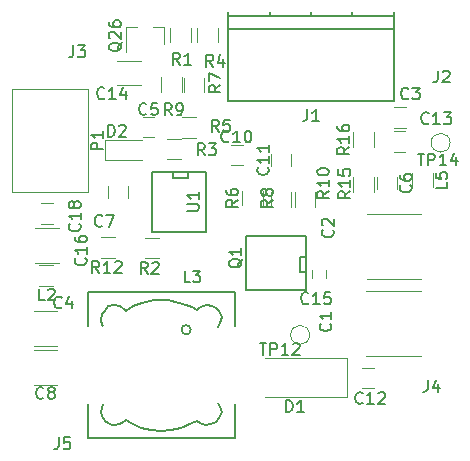
<source format=gto>
G04 #@! TF.FileFunction,Legend,Top*
%FSLAX46Y46*%
G04 Gerber Fmt 4.6, Leading zero omitted, Abs format (unit mm)*
G04 Created by KiCad (PCBNEW 4.0.7-e2-6376~58~ubuntu14.04.1) date Sat Feb  3 00:21:14 2018*
%MOMM*%
%LPD*%
G01*
G04 APERTURE LIST*
%ADD10C,0.100000*%
%ADD11C,0.120000*%
%ADD12C,0.150000*%
G04 APERTURE END LIST*
D10*
D11*
X166805500Y-83804200D02*
X166805500Y-85004200D01*
X165045500Y-85004200D02*
X165045500Y-83804200D01*
X166805500Y-87614200D02*
X166805500Y-88814200D01*
X165045500Y-88814200D02*
X165045500Y-87614200D01*
X161865200Y-88884200D02*
X161865200Y-90084200D01*
X160105200Y-90084200D02*
X160105200Y-88884200D01*
X159833200Y-88884200D02*
X159833200Y-90084200D01*
X158073200Y-90084200D02*
X158073200Y-88884200D01*
X157382100Y-88744500D02*
X157382100Y-89944500D01*
X155622100Y-89944500D02*
X155622100Y-88744500D01*
X150530000Y-82482800D02*
X151730000Y-82482800D01*
X151730000Y-84242800D02*
X150530000Y-84242800D01*
X149285400Y-84337000D02*
X150485400Y-84337000D01*
X150485400Y-86097000D02*
X149285400Y-86097000D01*
X148656600Y-94479000D02*
X147456600Y-94479000D01*
X147456600Y-92719000D02*
X148656600Y-92719000D01*
X170062000Y-88458600D02*
X170062000Y-87258600D01*
X171822000Y-87258600D02*
X171822000Y-88458600D01*
X139665000Y-96790400D02*
X138465000Y-96790400D01*
X138465000Y-95030400D02*
X139665000Y-95030400D01*
X161591700Y-96146100D02*
X161591700Y-95446100D01*
X162791700Y-95446100D02*
X162791700Y-96146100D01*
X158128600Y-85631400D02*
X158128600Y-86631400D01*
X159828600Y-86631400D02*
X159828600Y-85631400D01*
X144311000Y-88336500D02*
X144311000Y-89336500D01*
X146011000Y-89336500D02*
X146011000Y-88336500D01*
X148226400Y-82538200D02*
X147226400Y-82538200D01*
X147226400Y-84238200D02*
X148226400Y-84238200D01*
D12*
X161074100Y-97167700D02*
X155994100Y-97167700D01*
X155994100Y-97167700D02*
X155994100Y-92595700D01*
X155994100Y-92595700D02*
X161074100Y-92595700D01*
X161074100Y-92595700D02*
X161074100Y-97167700D01*
X161074100Y-95643700D02*
X160566100Y-95643700D01*
X160566100Y-95643700D02*
X160566100Y-94373700D01*
X160566100Y-94373700D02*
X161074100Y-94373700D01*
D11*
X161369319Y-100952300D02*
G75*
G03X161369319Y-100952300I-803219J0D01*
G01*
X173269219Y-84683600D02*
G75*
G03X173269219Y-84683600I-803219J0D01*
G01*
X170778200Y-97244400D02*
X166178200Y-97244400D01*
X166178200Y-102704400D02*
X170778200Y-102704400D01*
X170803600Y-90742000D02*
X166203600Y-90742000D01*
X166203600Y-96202000D02*
X170803600Y-96202000D01*
X149001600Y-74855800D02*
X148071600Y-74855800D01*
X145841600Y-74855800D02*
X146771600Y-74855800D01*
X145841600Y-74855800D02*
X145841600Y-77015800D01*
X149001600Y-74855800D02*
X149001600Y-76315800D01*
X151824800Y-76190400D02*
X151824800Y-74990400D01*
X153584800Y-74990400D02*
X153584800Y-76190400D01*
X166831900Y-103721800D02*
X165831900Y-103721800D01*
X165831900Y-105421800D02*
X166831900Y-105421800D01*
X168486200Y-85432000D02*
X169486200Y-85432000D01*
X169486200Y-83732000D02*
X168486200Y-83732000D01*
X167069400Y-87561800D02*
X167069400Y-88561800D01*
X168769400Y-88561800D02*
X168769400Y-87561800D01*
X144048400Y-84417800D02*
X144048400Y-86117800D01*
X144048400Y-86117800D02*
X147198400Y-86117800D01*
X144048400Y-84417800D02*
X147198400Y-84417800D01*
X152467200Y-79206800D02*
X152467200Y-80406800D01*
X150707200Y-80406800D02*
X150707200Y-79206800D01*
X148802200Y-80356000D02*
X148802200Y-79156000D01*
X150562200Y-79156000D02*
X150562200Y-80356000D01*
X138615800Y-91528000D02*
X139615800Y-91528000D01*
X139615800Y-89828000D02*
X138615800Y-89828000D01*
X151349600Y-74939600D02*
X151349600Y-76139600D01*
X149589600Y-76139600D02*
X149589600Y-74939600D01*
X168537000Y-83400000D02*
X169537000Y-83400000D01*
X169537000Y-81700000D02*
X168537000Y-81700000D01*
X155694000Y-84836900D02*
X154694000Y-84836900D01*
X154694000Y-86536900D02*
X155694000Y-86536900D01*
X144872000Y-94440900D02*
X143672000Y-94440900D01*
X143672000Y-92680900D02*
X144872000Y-92680900D01*
D12*
X165001000Y-73992300D02*
X165001000Y-73592300D01*
X161501000Y-73992300D02*
X161501000Y-73592300D01*
X158001000Y-73992300D02*
X158001000Y-73592300D01*
X168501000Y-75092300D02*
X154501000Y-75092300D01*
X168501000Y-73992300D02*
X154501000Y-73992300D01*
X168501000Y-81192300D02*
X168501000Y-73592300D01*
X154501000Y-73592300D02*
X154501000Y-81192300D01*
X154501000Y-81192300D02*
X168501000Y-81192300D01*
X151310414Y-100517960D02*
G75*
G03X151310414Y-100517960I-391234J0D01*
G01*
X143918940Y-100218240D02*
X143817340Y-100116640D01*
X143817340Y-100116640D02*
X143718280Y-99717860D01*
X143718280Y-99717860D02*
X143817340Y-99217480D01*
X143817340Y-99217480D02*
X144018000Y-98917760D01*
X144018000Y-98917760D02*
X144317720Y-98516440D01*
X144317720Y-98516440D02*
X144818100Y-98417380D01*
X144818100Y-98417380D02*
X145318480Y-98516440D01*
X145318480Y-98516440D02*
X145719800Y-98818700D01*
X145719800Y-98818700D02*
X145818860Y-98917760D01*
X145818860Y-98917760D02*
X146418300Y-98516440D01*
X146418300Y-98516440D02*
X147218400Y-98216720D01*
X147218400Y-98216720D02*
X148219160Y-98018600D01*
X148219160Y-98018600D02*
X149418040Y-98018600D01*
X149418040Y-98018600D02*
X150319740Y-98216720D01*
X150319740Y-98216720D02*
X150919180Y-98417380D01*
X150919180Y-98417380D02*
X151419560Y-98618040D01*
X151419560Y-98618040D02*
X151818340Y-98818700D01*
X151818340Y-98818700D02*
X152118060Y-98618040D01*
X152118060Y-98618040D02*
X152717500Y-98417380D01*
X152717500Y-98417380D02*
X153118820Y-98516440D01*
X153118820Y-98516440D02*
X153418540Y-98717100D01*
X153418540Y-98717100D02*
X153718260Y-98917760D01*
X153718260Y-98917760D02*
X153918920Y-99418140D01*
X153918920Y-99418140D02*
X153819860Y-99918520D01*
X153819860Y-99918520D02*
X153619200Y-100317300D01*
X143918940Y-106817160D02*
X143817340Y-107116880D01*
X143817340Y-107116880D02*
X143718280Y-107518200D01*
X143718280Y-107518200D02*
X143817340Y-107817920D01*
X143817340Y-107817920D02*
X144018000Y-108216700D01*
X144018000Y-108216700D02*
X144317720Y-108417360D01*
X144317720Y-108417360D02*
X144617440Y-108618020D01*
X144617440Y-108618020D02*
X144919700Y-108618020D01*
X144919700Y-108618020D02*
X145219420Y-108518960D01*
X145219420Y-108518960D02*
X145519140Y-108417360D01*
X145519140Y-108417360D02*
X145818860Y-108117640D01*
X145818860Y-108117640D02*
X146217640Y-108417360D01*
X146217640Y-108417360D02*
X146618960Y-108618020D01*
X146618960Y-108618020D02*
X147119340Y-108818680D01*
X147119340Y-108818680D02*
X147919440Y-109016800D01*
X147919440Y-109016800D02*
X148818600Y-109118400D01*
X148818600Y-109118400D02*
X149618700Y-109016800D01*
X149618700Y-109016800D02*
X150517860Y-108818680D01*
X150517860Y-108818680D02*
X151419560Y-108417360D01*
X151419560Y-108417360D02*
X151818340Y-108216700D01*
X151818340Y-108216700D02*
X152118060Y-108417360D01*
X152118060Y-108417360D02*
X152519380Y-108618020D01*
X152519380Y-108618020D02*
X153019760Y-108518960D01*
X153019760Y-108518960D02*
X153418540Y-108318300D01*
X153418540Y-108318300D02*
X153718260Y-108018580D01*
X153718260Y-108018580D02*
X153918920Y-107518200D01*
X153918920Y-107518200D02*
X153819860Y-107017820D01*
X153819860Y-107017820D02*
X153619200Y-106718100D01*
X155018740Y-100218240D02*
X155018740Y-97317560D01*
X155018740Y-97317560D02*
X142618460Y-97317560D01*
X142618460Y-97317560D02*
X142618460Y-100218240D01*
X142618460Y-109717840D02*
X155018740Y-109717840D01*
X155018740Y-109717840D02*
X155018740Y-106817160D01*
X142618460Y-109717840D02*
X142618460Y-106817160D01*
X152565100Y-87134700D02*
X152565100Y-92214700D01*
X152565100Y-92214700D02*
X147993100Y-92214700D01*
X147993100Y-92214700D02*
X147993100Y-87134700D01*
X147993100Y-87134700D02*
X152565100Y-87134700D01*
X151041100Y-87134700D02*
X151041100Y-87642700D01*
X151041100Y-87642700D02*
X149771100Y-87642700D01*
X149771100Y-87642700D02*
X149771100Y-87134700D01*
D11*
X136165300Y-80155800D02*
X136165300Y-88855800D01*
X142575300Y-80155800D02*
X142575300Y-88855800D01*
X142575300Y-88855800D02*
X136165300Y-88855800D01*
X136165300Y-80155800D02*
X142575300Y-80155800D01*
X164508900Y-106183700D02*
X164508900Y-102883700D01*
X164508900Y-102883700D02*
X157608900Y-102883700D01*
X164508900Y-106183700D02*
X157608900Y-106183700D01*
X138001500Y-101924300D02*
X140001500Y-101924300D01*
X140001500Y-98964300D02*
X138001500Y-98964300D01*
X138001500Y-105162800D02*
X140001500Y-105162800D01*
X140001500Y-102202800D02*
X138001500Y-102202800D01*
X147062700Y-77745400D02*
X145062700Y-77745400D01*
X145062700Y-79785400D02*
X147062700Y-79785400D01*
X138153900Y-94888500D02*
X140153900Y-94888500D01*
X140153900Y-91928500D02*
X138153900Y-91928500D01*
D12*
X164727881Y-85047057D02*
X164251690Y-85380391D01*
X164727881Y-85618486D02*
X163727881Y-85618486D01*
X163727881Y-85237533D01*
X163775500Y-85142295D01*
X163823119Y-85094676D01*
X163918357Y-85047057D01*
X164061214Y-85047057D01*
X164156452Y-85094676D01*
X164204071Y-85142295D01*
X164251690Y-85237533D01*
X164251690Y-85618486D01*
X164727881Y-84094676D02*
X164727881Y-84666105D01*
X164727881Y-84380391D02*
X163727881Y-84380391D01*
X163870738Y-84475629D01*
X163965976Y-84570867D01*
X164013595Y-84666105D01*
X163727881Y-83237533D02*
X163727881Y-83428010D01*
X163775500Y-83523248D01*
X163823119Y-83570867D01*
X163965976Y-83666105D01*
X164156452Y-83713724D01*
X164537405Y-83713724D01*
X164632643Y-83666105D01*
X164680262Y-83618486D01*
X164727881Y-83523248D01*
X164727881Y-83332771D01*
X164680262Y-83237533D01*
X164632643Y-83189914D01*
X164537405Y-83142295D01*
X164299310Y-83142295D01*
X164204071Y-83189914D01*
X164156452Y-83237533D01*
X164108833Y-83332771D01*
X164108833Y-83523248D01*
X164156452Y-83618486D01*
X164204071Y-83666105D01*
X164299310Y-83713724D01*
X164803081Y-88793557D02*
X164326890Y-89126891D01*
X164803081Y-89364986D02*
X163803081Y-89364986D01*
X163803081Y-88984033D01*
X163850700Y-88888795D01*
X163898319Y-88841176D01*
X163993557Y-88793557D01*
X164136414Y-88793557D01*
X164231652Y-88841176D01*
X164279271Y-88888795D01*
X164326890Y-88984033D01*
X164326890Y-89364986D01*
X164803081Y-87841176D02*
X164803081Y-88412605D01*
X164803081Y-88126891D02*
X163803081Y-88126891D01*
X163945938Y-88222129D01*
X164041176Y-88317367D01*
X164088795Y-88412605D01*
X163803081Y-86936414D02*
X163803081Y-87412605D01*
X164279271Y-87460224D01*
X164231652Y-87412605D01*
X164184033Y-87317367D01*
X164184033Y-87079271D01*
X164231652Y-86984033D01*
X164279271Y-86936414D01*
X164374510Y-86888795D01*
X164612605Y-86888795D01*
X164707843Y-86936414D01*
X164755462Y-86984033D01*
X164803081Y-87079271D01*
X164803081Y-87317367D01*
X164755462Y-87412605D01*
X164707843Y-87460224D01*
X163012381Y-88768157D02*
X162536190Y-89101491D01*
X163012381Y-89339586D02*
X162012381Y-89339586D01*
X162012381Y-88958633D01*
X162060000Y-88863395D01*
X162107619Y-88815776D01*
X162202857Y-88768157D01*
X162345714Y-88768157D01*
X162440952Y-88815776D01*
X162488571Y-88863395D01*
X162536190Y-88958633D01*
X162536190Y-89339586D01*
X163012381Y-87815776D02*
X163012381Y-88387205D01*
X163012381Y-88101491D02*
X162012381Y-88101491D01*
X162155238Y-88196729D01*
X162250476Y-88291967D01*
X162298095Y-88387205D01*
X162012381Y-87196729D02*
X162012381Y-87101490D01*
X162060000Y-87006252D01*
X162107619Y-86958633D01*
X162202857Y-86911014D01*
X162393333Y-86863395D01*
X162631429Y-86863395D01*
X162821905Y-86911014D01*
X162917143Y-86958633D01*
X162964762Y-87006252D01*
X163012381Y-87101490D01*
X163012381Y-87196729D01*
X162964762Y-87291967D01*
X162917143Y-87339586D01*
X162821905Y-87387205D01*
X162631429Y-87434824D01*
X162393333Y-87434824D01*
X162202857Y-87387205D01*
X162107619Y-87339586D01*
X162060000Y-87291967D01*
X162012381Y-87196729D01*
X158275281Y-89536566D02*
X157799090Y-89869900D01*
X158275281Y-90107995D02*
X157275281Y-90107995D01*
X157275281Y-89727042D01*
X157322900Y-89631804D01*
X157370519Y-89584185D01*
X157465757Y-89536566D01*
X157608614Y-89536566D01*
X157703852Y-89584185D01*
X157751471Y-89631804D01*
X157799090Y-89727042D01*
X157799090Y-90107995D01*
X157703852Y-88965138D02*
X157656233Y-89060376D01*
X157608614Y-89107995D01*
X157513376Y-89155614D01*
X157465757Y-89155614D01*
X157370519Y-89107995D01*
X157322900Y-89060376D01*
X157275281Y-88965138D01*
X157275281Y-88774661D01*
X157322900Y-88679423D01*
X157370519Y-88631804D01*
X157465757Y-88584185D01*
X157513376Y-88584185D01*
X157608614Y-88631804D01*
X157656233Y-88679423D01*
X157703852Y-88774661D01*
X157703852Y-88965138D01*
X157751471Y-89060376D01*
X157799090Y-89107995D01*
X157894329Y-89155614D01*
X158084805Y-89155614D01*
X158180043Y-89107995D01*
X158227662Y-89060376D01*
X158275281Y-88965138D01*
X158275281Y-88774661D01*
X158227662Y-88679423D01*
X158180043Y-88631804D01*
X158084805Y-88584185D01*
X157894329Y-88584185D01*
X157799090Y-88631804D01*
X157751471Y-88679423D01*
X157703852Y-88774661D01*
X155304481Y-89511166D02*
X154828290Y-89844500D01*
X155304481Y-90082595D02*
X154304481Y-90082595D01*
X154304481Y-89701642D01*
X154352100Y-89606404D01*
X154399719Y-89558785D01*
X154494957Y-89511166D01*
X154637814Y-89511166D01*
X154733052Y-89558785D01*
X154780671Y-89606404D01*
X154828290Y-89701642D01*
X154828290Y-90082595D01*
X154304481Y-88654023D02*
X154304481Y-88844500D01*
X154352100Y-88939738D01*
X154399719Y-88987357D01*
X154542576Y-89082595D01*
X154733052Y-89130214D01*
X155114005Y-89130214D01*
X155209243Y-89082595D01*
X155256862Y-89034976D01*
X155304481Y-88939738D01*
X155304481Y-88749261D01*
X155256862Y-88654023D01*
X155209243Y-88606404D01*
X155114005Y-88558785D01*
X154875910Y-88558785D01*
X154780671Y-88606404D01*
X154733052Y-88654023D01*
X154685433Y-88749261D01*
X154685433Y-88939738D01*
X154733052Y-89034976D01*
X154780671Y-89082595D01*
X154875910Y-89130214D01*
X153693834Y-83738981D02*
X153360500Y-83262790D01*
X153122405Y-83738981D02*
X153122405Y-82738981D01*
X153503358Y-82738981D01*
X153598596Y-82786600D01*
X153646215Y-82834219D01*
X153693834Y-82929457D01*
X153693834Y-83072314D01*
X153646215Y-83167552D01*
X153598596Y-83215171D01*
X153503358Y-83262790D01*
X153122405Y-83262790D01*
X154598596Y-82738981D02*
X154122405Y-82738981D01*
X154074786Y-83215171D01*
X154122405Y-83167552D01*
X154217643Y-83119933D01*
X154455739Y-83119933D01*
X154550977Y-83167552D01*
X154598596Y-83215171D01*
X154646215Y-83310410D01*
X154646215Y-83548505D01*
X154598596Y-83643743D01*
X154550977Y-83691362D01*
X154455739Y-83738981D01*
X154217643Y-83738981D01*
X154122405Y-83691362D01*
X154074786Y-83643743D01*
X152487334Y-85732881D02*
X152154000Y-85256690D01*
X151915905Y-85732881D02*
X151915905Y-84732881D01*
X152296858Y-84732881D01*
X152392096Y-84780500D01*
X152439715Y-84828119D01*
X152487334Y-84923357D01*
X152487334Y-85066214D01*
X152439715Y-85161452D01*
X152392096Y-85209071D01*
X152296858Y-85256690D01*
X151915905Y-85256690D01*
X152820667Y-84732881D02*
X153439715Y-84732881D01*
X153106381Y-85113833D01*
X153249239Y-85113833D01*
X153344477Y-85161452D01*
X153392096Y-85209071D01*
X153439715Y-85304310D01*
X153439715Y-85542405D01*
X153392096Y-85637643D01*
X153344477Y-85685262D01*
X153249239Y-85732881D01*
X152963524Y-85732881D01*
X152868286Y-85685262D01*
X152820667Y-85637643D01*
X147648634Y-95791281D02*
X147315300Y-95315090D01*
X147077205Y-95791281D02*
X147077205Y-94791281D01*
X147458158Y-94791281D01*
X147553396Y-94838900D01*
X147601015Y-94886519D01*
X147648634Y-94981757D01*
X147648634Y-95124614D01*
X147601015Y-95219852D01*
X147553396Y-95267471D01*
X147458158Y-95315090D01*
X147077205Y-95315090D01*
X148029586Y-94886519D02*
X148077205Y-94838900D01*
X148172443Y-94791281D01*
X148410539Y-94791281D01*
X148505777Y-94838900D01*
X148553396Y-94886519D01*
X148601015Y-94981757D01*
X148601015Y-95076995D01*
X148553396Y-95219852D01*
X147981967Y-95791281D01*
X148601015Y-95791281D01*
X173044381Y-88025266D02*
X173044381Y-88501457D01*
X172044381Y-88501457D01*
X172044381Y-87215742D02*
X172044381Y-87691933D01*
X172520571Y-87739552D01*
X172472952Y-87691933D01*
X172425333Y-87596695D01*
X172425333Y-87358599D01*
X172472952Y-87263361D01*
X172520571Y-87215742D01*
X172615810Y-87168123D01*
X172853905Y-87168123D01*
X172949143Y-87215742D01*
X172996762Y-87263361D01*
X173044381Y-87358599D01*
X173044381Y-87596695D01*
X172996762Y-87691933D01*
X172949143Y-87739552D01*
X138949134Y-98039181D02*
X138472943Y-98039181D01*
X138472943Y-97039181D01*
X139234848Y-97134419D02*
X139282467Y-97086800D01*
X139377705Y-97039181D01*
X139615801Y-97039181D01*
X139711039Y-97086800D01*
X139758658Y-97134419D01*
X139806277Y-97229657D01*
X139806277Y-97324895D01*
X139758658Y-97467752D01*
X139187229Y-98039181D01*
X139806277Y-98039181D01*
X161256743Y-98248743D02*
X161209124Y-98296362D01*
X161066267Y-98343981D01*
X160971029Y-98343981D01*
X160828171Y-98296362D01*
X160732933Y-98201124D01*
X160685314Y-98105886D01*
X160637695Y-97915410D01*
X160637695Y-97772552D01*
X160685314Y-97582076D01*
X160732933Y-97486838D01*
X160828171Y-97391600D01*
X160971029Y-97343981D01*
X161066267Y-97343981D01*
X161209124Y-97391600D01*
X161256743Y-97439219D01*
X162209124Y-98343981D02*
X161637695Y-98343981D01*
X161923409Y-98343981D02*
X161923409Y-97343981D01*
X161828171Y-97486838D01*
X161732933Y-97582076D01*
X161637695Y-97629695D01*
X163113886Y-97343981D02*
X162637695Y-97343981D01*
X162590076Y-97820171D01*
X162637695Y-97772552D01*
X162732933Y-97724933D01*
X162971029Y-97724933D01*
X163066267Y-97772552D01*
X163113886Y-97820171D01*
X163161505Y-97915410D01*
X163161505Y-98153505D01*
X163113886Y-98248743D01*
X163066267Y-98296362D01*
X162971029Y-98343981D01*
X162732933Y-98343981D01*
X162637695Y-98296362D01*
X162590076Y-98248743D01*
X157835743Y-86774257D02*
X157883362Y-86821876D01*
X157930981Y-86964733D01*
X157930981Y-87059971D01*
X157883362Y-87202829D01*
X157788124Y-87298067D01*
X157692886Y-87345686D01*
X157502410Y-87393305D01*
X157359552Y-87393305D01*
X157169076Y-87345686D01*
X157073838Y-87298067D01*
X156978600Y-87202829D01*
X156930981Y-87059971D01*
X156930981Y-86964733D01*
X156978600Y-86821876D01*
X157026219Y-86774257D01*
X157930981Y-85821876D02*
X157930981Y-86393305D01*
X157930981Y-86107591D02*
X156930981Y-86107591D01*
X157073838Y-86202829D01*
X157169076Y-86298067D01*
X157216695Y-86393305D01*
X157930981Y-84869495D02*
X157930981Y-85440924D01*
X157930981Y-85155210D02*
X156930981Y-85155210D01*
X157073838Y-85250448D01*
X157169076Y-85345686D01*
X157216695Y-85440924D01*
X143800534Y-91695543D02*
X143752915Y-91743162D01*
X143610058Y-91790781D01*
X143514820Y-91790781D01*
X143371962Y-91743162D01*
X143276724Y-91647924D01*
X143229105Y-91552686D01*
X143181486Y-91362210D01*
X143181486Y-91219352D01*
X143229105Y-91028876D01*
X143276724Y-90933638D01*
X143371962Y-90838400D01*
X143514820Y-90790781D01*
X143610058Y-90790781D01*
X143752915Y-90838400D01*
X143800534Y-90886019D01*
X144133867Y-90790781D02*
X144800534Y-90790781D01*
X144371962Y-91790781D01*
X147559734Y-82245343D02*
X147512115Y-82292962D01*
X147369258Y-82340581D01*
X147274020Y-82340581D01*
X147131162Y-82292962D01*
X147035924Y-82197724D01*
X146988305Y-82102486D01*
X146940686Y-81912010D01*
X146940686Y-81769152D01*
X146988305Y-81578676D01*
X147035924Y-81483438D01*
X147131162Y-81388200D01*
X147274020Y-81340581D01*
X147369258Y-81340581D01*
X147512115Y-81388200D01*
X147559734Y-81435819D01*
X148464496Y-81340581D02*
X147988305Y-81340581D01*
X147940686Y-81816771D01*
X147988305Y-81769152D01*
X148083543Y-81721533D01*
X148321639Y-81721533D01*
X148416877Y-81769152D01*
X148464496Y-81816771D01*
X148512115Y-81912010D01*
X148512115Y-82150105D01*
X148464496Y-82245343D01*
X148416877Y-82292962D01*
X148321639Y-82340581D01*
X148083543Y-82340581D01*
X147988305Y-82292962D01*
X147940686Y-82245343D01*
X155652719Y-94519738D02*
X155605100Y-94614976D01*
X155509862Y-94710214D01*
X155367005Y-94853071D01*
X155319386Y-94948310D01*
X155319386Y-95043548D01*
X155557481Y-94995929D02*
X155509862Y-95091167D01*
X155414624Y-95186405D01*
X155224148Y-95234024D01*
X154890814Y-95234024D01*
X154700338Y-95186405D01*
X154605100Y-95091167D01*
X154557481Y-94995929D01*
X154557481Y-94805452D01*
X154605100Y-94710214D01*
X154700338Y-94614976D01*
X154890814Y-94567357D01*
X155224148Y-94567357D01*
X155414624Y-94614976D01*
X155509862Y-94710214D01*
X155557481Y-94805452D01*
X155557481Y-94995929D01*
X155557481Y-93614976D02*
X155557481Y-94186405D01*
X155557481Y-93900691D02*
X154557481Y-93900691D01*
X154700338Y-93995929D01*
X154795576Y-94091167D01*
X154843195Y-94186405D01*
X157138905Y-101636581D02*
X157710334Y-101636581D01*
X157424619Y-102636581D02*
X157424619Y-101636581D01*
X158043667Y-102636581D02*
X158043667Y-101636581D01*
X158424620Y-101636581D01*
X158519858Y-101684200D01*
X158567477Y-101731819D01*
X158615096Y-101827057D01*
X158615096Y-101969914D01*
X158567477Y-102065152D01*
X158519858Y-102112771D01*
X158424620Y-102160390D01*
X158043667Y-102160390D01*
X159567477Y-102636581D02*
X158996048Y-102636581D01*
X159281762Y-102636581D02*
X159281762Y-101636581D01*
X159186524Y-101779438D01*
X159091286Y-101874676D01*
X158996048Y-101922295D01*
X159948429Y-101731819D02*
X159996048Y-101684200D01*
X160091286Y-101636581D01*
X160329382Y-101636581D01*
X160424620Y-101684200D01*
X160472239Y-101731819D01*
X160519858Y-101827057D01*
X160519858Y-101922295D01*
X160472239Y-102065152D01*
X159900810Y-102636581D01*
X160519858Y-102636581D01*
X170512005Y-85596481D02*
X171083434Y-85596481D01*
X170797719Y-86596481D02*
X170797719Y-85596481D01*
X171416767Y-86596481D02*
X171416767Y-85596481D01*
X171797720Y-85596481D01*
X171892958Y-85644100D01*
X171940577Y-85691719D01*
X171988196Y-85786957D01*
X171988196Y-85929814D01*
X171940577Y-86025052D01*
X171892958Y-86072671D01*
X171797720Y-86120290D01*
X171416767Y-86120290D01*
X172940577Y-86596481D02*
X172369148Y-86596481D01*
X172654862Y-86596481D02*
X172654862Y-85596481D01*
X172559624Y-85739338D01*
X172464386Y-85834576D01*
X172369148Y-85882195D01*
X173797720Y-85929814D02*
X173797720Y-86596481D01*
X173559624Y-85548862D02*
X173321529Y-86263148D01*
X173940577Y-86263148D01*
X163120343Y-99988666D02*
X163167962Y-100036285D01*
X163215581Y-100179142D01*
X163215581Y-100274380D01*
X163167962Y-100417238D01*
X163072724Y-100512476D01*
X162977486Y-100560095D01*
X162787010Y-100607714D01*
X162644152Y-100607714D01*
X162453676Y-100560095D01*
X162358438Y-100512476D01*
X162263200Y-100417238D01*
X162215581Y-100274380D01*
X162215581Y-100179142D01*
X162263200Y-100036285D01*
X162310819Y-99988666D01*
X163215581Y-99036285D02*
X163215581Y-99607714D01*
X163215581Y-99322000D02*
X162215581Y-99322000D01*
X162358438Y-99417238D01*
X162453676Y-99512476D01*
X162501295Y-99607714D01*
X163310843Y-92063866D02*
X163358462Y-92111485D01*
X163406081Y-92254342D01*
X163406081Y-92349580D01*
X163358462Y-92492438D01*
X163263224Y-92587676D01*
X163167986Y-92635295D01*
X162977510Y-92682914D01*
X162834652Y-92682914D01*
X162644176Y-92635295D01*
X162548938Y-92587676D01*
X162453700Y-92492438D01*
X162406081Y-92349580D01*
X162406081Y-92254342D01*
X162453700Y-92111485D01*
X162501319Y-92063866D01*
X162501319Y-91682914D02*
X162453700Y-91635295D01*
X162406081Y-91540057D01*
X162406081Y-91301961D01*
X162453700Y-91206723D01*
X162501319Y-91159104D01*
X162596557Y-91111485D01*
X162691795Y-91111485D01*
X162834652Y-91159104D01*
X163406081Y-91730533D01*
X163406081Y-91111485D01*
X145469219Y-76187228D02*
X145421600Y-76282466D01*
X145326362Y-76377704D01*
X145183505Y-76520561D01*
X145135886Y-76615800D01*
X145135886Y-76711038D01*
X145373981Y-76663419D02*
X145326362Y-76758657D01*
X145231124Y-76853895D01*
X145040648Y-76901514D01*
X144707314Y-76901514D01*
X144516838Y-76853895D01*
X144421600Y-76758657D01*
X144373981Y-76663419D01*
X144373981Y-76472942D01*
X144421600Y-76377704D01*
X144516838Y-76282466D01*
X144707314Y-76234847D01*
X145040648Y-76234847D01*
X145231124Y-76282466D01*
X145326362Y-76377704D01*
X145373981Y-76472942D01*
X145373981Y-76663419D01*
X144469219Y-75853895D02*
X144421600Y-75806276D01*
X144373981Y-75711038D01*
X144373981Y-75472942D01*
X144421600Y-75377704D01*
X144469219Y-75330085D01*
X144564457Y-75282466D01*
X144659695Y-75282466D01*
X144802552Y-75330085D01*
X145373981Y-75901514D01*
X145373981Y-75282466D01*
X144373981Y-74425323D02*
X144373981Y-74615800D01*
X144421600Y-74711038D01*
X144469219Y-74758657D01*
X144612076Y-74853895D01*
X144802552Y-74901514D01*
X145183505Y-74901514D01*
X145278743Y-74853895D01*
X145326362Y-74806276D01*
X145373981Y-74711038D01*
X145373981Y-74520561D01*
X145326362Y-74425323D01*
X145278743Y-74377704D01*
X145183505Y-74330085D01*
X144945410Y-74330085D01*
X144850171Y-74377704D01*
X144802552Y-74425323D01*
X144754933Y-74520561D01*
X144754933Y-74711038D01*
X144802552Y-74806276D01*
X144850171Y-74853895D01*
X144945410Y-74901514D01*
X153198534Y-78239881D02*
X152865200Y-77763690D01*
X152627105Y-78239881D02*
X152627105Y-77239881D01*
X153008058Y-77239881D01*
X153103296Y-77287500D01*
X153150915Y-77335119D01*
X153198534Y-77430357D01*
X153198534Y-77573214D01*
X153150915Y-77668452D01*
X153103296Y-77716071D01*
X153008058Y-77763690D01*
X152627105Y-77763690D01*
X154055677Y-77573214D02*
X154055677Y-78239881D01*
X153817581Y-77192262D02*
X153579486Y-77906548D01*
X154198534Y-77906548D01*
X165854143Y-106694243D02*
X165806524Y-106741862D01*
X165663667Y-106789481D01*
X165568429Y-106789481D01*
X165425571Y-106741862D01*
X165330333Y-106646624D01*
X165282714Y-106551386D01*
X165235095Y-106360910D01*
X165235095Y-106218052D01*
X165282714Y-106027576D01*
X165330333Y-105932338D01*
X165425571Y-105837100D01*
X165568429Y-105789481D01*
X165663667Y-105789481D01*
X165806524Y-105837100D01*
X165854143Y-105884719D01*
X166806524Y-106789481D02*
X166235095Y-106789481D01*
X166520809Y-106789481D02*
X166520809Y-105789481D01*
X166425571Y-105932338D01*
X166330333Y-106027576D01*
X166235095Y-106075195D01*
X167187476Y-105884719D02*
X167235095Y-105837100D01*
X167330333Y-105789481D01*
X167568429Y-105789481D01*
X167663667Y-105837100D01*
X167711286Y-105884719D01*
X167758905Y-105979957D01*
X167758905Y-106075195D01*
X167711286Y-106218052D01*
X167139857Y-106789481D01*
X167758905Y-106789481D01*
X171442143Y-83008743D02*
X171394524Y-83056362D01*
X171251667Y-83103981D01*
X171156429Y-83103981D01*
X171013571Y-83056362D01*
X170918333Y-82961124D01*
X170870714Y-82865886D01*
X170823095Y-82675410D01*
X170823095Y-82532552D01*
X170870714Y-82342076D01*
X170918333Y-82246838D01*
X171013571Y-82151600D01*
X171156429Y-82103981D01*
X171251667Y-82103981D01*
X171394524Y-82151600D01*
X171442143Y-82199219D01*
X172394524Y-83103981D02*
X171823095Y-83103981D01*
X172108809Y-83103981D02*
X172108809Y-82103981D01*
X172013571Y-82246838D01*
X171918333Y-82342076D01*
X171823095Y-82389695D01*
X172727857Y-82103981D02*
X173346905Y-82103981D01*
X173013571Y-82484933D01*
X173156429Y-82484933D01*
X173251667Y-82532552D01*
X173299286Y-82580171D01*
X173346905Y-82675410D01*
X173346905Y-82913505D01*
X173299286Y-83008743D01*
X173251667Y-83056362D01*
X173156429Y-83103981D01*
X172870714Y-83103981D01*
X172775476Y-83056362D01*
X172727857Y-83008743D01*
X169902143Y-88266566D02*
X169949762Y-88314185D01*
X169997381Y-88457042D01*
X169997381Y-88552280D01*
X169949762Y-88695138D01*
X169854524Y-88790376D01*
X169759286Y-88837995D01*
X169568810Y-88885614D01*
X169425952Y-88885614D01*
X169235476Y-88837995D01*
X169140238Y-88790376D01*
X169045000Y-88695138D01*
X168997381Y-88552280D01*
X168997381Y-88457042D01*
X169045000Y-88314185D01*
X169092619Y-88266566D01*
X168997381Y-87409423D02*
X168997381Y-87599900D01*
X169045000Y-87695138D01*
X169092619Y-87742757D01*
X169235476Y-87837995D01*
X169425952Y-87885614D01*
X169806905Y-87885614D01*
X169902143Y-87837995D01*
X169949762Y-87790376D01*
X169997381Y-87695138D01*
X169997381Y-87504661D01*
X169949762Y-87409423D01*
X169902143Y-87361804D01*
X169806905Y-87314185D01*
X169568810Y-87314185D01*
X169473571Y-87361804D01*
X169425952Y-87409423D01*
X169378333Y-87504661D01*
X169378333Y-87695138D01*
X169425952Y-87790376D01*
X169473571Y-87837995D01*
X169568810Y-87885614D01*
X144295905Y-84158081D02*
X144295905Y-83158081D01*
X144534000Y-83158081D01*
X144676858Y-83205700D01*
X144772096Y-83300938D01*
X144819715Y-83396176D01*
X144867334Y-83586652D01*
X144867334Y-83729510D01*
X144819715Y-83919986D01*
X144772096Y-84015224D01*
X144676858Y-84110462D01*
X144534000Y-84158081D01*
X144295905Y-84158081D01*
X145248286Y-83253319D02*
X145295905Y-83205700D01*
X145391143Y-83158081D01*
X145629239Y-83158081D01*
X145724477Y-83205700D01*
X145772096Y-83253319D01*
X145819715Y-83348557D01*
X145819715Y-83443795D01*
X145772096Y-83586652D01*
X145200667Y-84158081D01*
X145819715Y-84158081D01*
X153817581Y-79808366D02*
X153341390Y-80141700D01*
X153817581Y-80379795D02*
X152817581Y-80379795D01*
X152817581Y-79998842D01*
X152865200Y-79903604D01*
X152912819Y-79855985D01*
X153008057Y-79808366D01*
X153150914Y-79808366D01*
X153246152Y-79855985D01*
X153293771Y-79903604D01*
X153341390Y-79998842D01*
X153341390Y-80379795D01*
X152817581Y-79475033D02*
X152817581Y-78808366D01*
X153817581Y-79236938D01*
X149693334Y-82354681D02*
X149360000Y-81878490D01*
X149121905Y-82354681D02*
X149121905Y-81354681D01*
X149502858Y-81354681D01*
X149598096Y-81402300D01*
X149645715Y-81449919D01*
X149693334Y-81545157D01*
X149693334Y-81688014D01*
X149645715Y-81783252D01*
X149598096Y-81830871D01*
X149502858Y-81878490D01*
X149121905Y-81878490D01*
X150169524Y-82354681D02*
X150360000Y-82354681D01*
X150455239Y-82307062D01*
X150502858Y-82259443D01*
X150598096Y-82116586D01*
X150645715Y-81926110D01*
X150645715Y-81545157D01*
X150598096Y-81449919D01*
X150550477Y-81402300D01*
X150455239Y-81354681D01*
X150264762Y-81354681D01*
X150169524Y-81402300D01*
X150121905Y-81449919D01*
X150074286Y-81545157D01*
X150074286Y-81783252D01*
X150121905Y-81878490D01*
X150169524Y-81926110D01*
X150264762Y-81973729D01*
X150455239Y-81973729D01*
X150550477Y-81926110D01*
X150598096Y-81878490D01*
X150645715Y-81783252D01*
X141885943Y-91549457D02*
X141933562Y-91597076D01*
X141981181Y-91739933D01*
X141981181Y-91835171D01*
X141933562Y-91978029D01*
X141838324Y-92073267D01*
X141743086Y-92120886D01*
X141552610Y-92168505D01*
X141409752Y-92168505D01*
X141219276Y-92120886D01*
X141124038Y-92073267D01*
X141028800Y-91978029D01*
X140981181Y-91835171D01*
X140981181Y-91739933D01*
X141028800Y-91597076D01*
X141076419Y-91549457D01*
X141981181Y-90597076D02*
X141981181Y-91168505D01*
X141981181Y-90882791D02*
X140981181Y-90882791D01*
X141124038Y-90978029D01*
X141219276Y-91073267D01*
X141266895Y-91168505D01*
X141409752Y-90025648D02*
X141362133Y-90120886D01*
X141314514Y-90168505D01*
X141219276Y-90216124D01*
X141171657Y-90216124D01*
X141076419Y-90168505D01*
X141028800Y-90120886D01*
X140981181Y-90025648D01*
X140981181Y-89835171D01*
X141028800Y-89739933D01*
X141076419Y-89692314D01*
X141171657Y-89644695D01*
X141219276Y-89644695D01*
X141314514Y-89692314D01*
X141362133Y-89739933D01*
X141409752Y-89835171D01*
X141409752Y-90025648D01*
X141457371Y-90120886D01*
X141504990Y-90168505D01*
X141600229Y-90216124D01*
X141790705Y-90216124D01*
X141885943Y-90168505D01*
X141933562Y-90120886D01*
X141981181Y-90025648D01*
X141981181Y-89835171D01*
X141933562Y-89739933D01*
X141885943Y-89692314D01*
X141790705Y-89644695D01*
X141600229Y-89644695D01*
X141504990Y-89692314D01*
X141457371Y-89739933D01*
X141409752Y-89835171D01*
X150379134Y-78074781D02*
X150045800Y-77598590D01*
X149807705Y-78074781D02*
X149807705Y-77074781D01*
X150188658Y-77074781D01*
X150283896Y-77122400D01*
X150331515Y-77170019D01*
X150379134Y-77265257D01*
X150379134Y-77408114D01*
X150331515Y-77503352D01*
X150283896Y-77550971D01*
X150188658Y-77598590D01*
X149807705Y-77598590D01*
X151331515Y-78074781D02*
X150760086Y-78074781D01*
X151045800Y-78074781D02*
X151045800Y-77074781D01*
X150950562Y-77217638D01*
X150855324Y-77312876D01*
X150760086Y-77360495D01*
X169733934Y-80913243D02*
X169686315Y-80960862D01*
X169543458Y-81008481D01*
X169448220Y-81008481D01*
X169305362Y-80960862D01*
X169210124Y-80865624D01*
X169162505Y-80770386D01*
X169114886Y-80579910D01*
X169114886Y-80437052D01*
X169162505Y-80246576D01*
X169210124Y-80151338D01*
X169305362Y-80056100D01*
X169448220Y-80008481D01*
X169543458Y-80008481D01*
X169686315Y-80056100D01*
X169733934Y-80103719D01*
X170067267Y-80008481D02*
X170686315Y-80008481D01*
X170352981Y-80389433D01*
X170495839Y-80389433D01*
X170591077Y-80437052D01*
X170638696Y-80484671D01*
X170686315Y-80579910D01*
X170686315Y-80818005D01*
X170638696Y-80913243D01*
X170591077Y-80960862D01*
X170495839Y-81008481D01*
X170210124Y-81008481D01*
X170114886Y-80960862D01*
X170067267Y-80913243D01*
X171370667Y-104786581D02*
X171370667Y-105500867D01*
X171323047Y-105643724D01*
X171227809Y-105738962D01*
X171084952Y-105786581D01*
X170989714Y-105786581D01*
X172275429Y-105119914D02*
X172275429Y-105786581D01*
X172037333Y-104738962D02*
X171799238Y-105453248D01*
X172418286Y-105453248D01*
X140115967Y-109624881D02*
X140115967Y-110339167D01*
X140068347Y-110482024D01*
X139973109Y-110577262D01*
X139830252Y-110624881D01*
X139735014Y-110624881D01*
X141068348Y-109624881D02*
X140592157Y-109624881D01*
X140544538Y-110101071D01*
X140592157Y-110053452D01*
X140687395Y-110005833D01*
X140925491Y-110005833D01*
X141020729Y-110053452D01*
X141068348Y-110101071D01*
X141115967Y-110196310D01*
X141115967Y-110434405D01*
X141068348Y-110529643D01*
X141020729Y-110577262D01*
X140925491Y-110624881D01*
X140687395Y-110624881D01*
X140592157Y-110577262D01*
X140544538Y-110529643D01*
X172221567Y-78573381D02*
X172221567Y-79287667D01*
X172173947Y-79430524D01*
X172078709Y-79525762D01*
X171935852Y-79573381D01*
X171840614Y-79573381D01*
X172650138Y-78668619D02*
X172697757Y-78621000D01*
X172792995Y-78573381D01*
X173031091Y-78573381D01*
X173126329Y-78621000D01*
X173173948Y-78668619D01*
X173221567Y-78763857D01*
X173221567Y-78859095D01*
X173173948Y-79001952D01*
X172602519Y-79573381D01*
X173221567Y-79573381D01*
X141373267Y-76439781D02*
X141373267Y-77154067D01*
X141325647Y-77296924D01*
X141230409Y-77392162D01*
X141087552Y-77439781D01*
X140992314Y-77439781D01*
X141754219Y-76439781D02*
X142373267Y-76439781D01*
X142039933Y-76820733D01*
X142182791Y-76820733D01*
X142278029Y-76868352D01*
X142325648Y-76915971D01*
X142373267Y-77011210D01*
X142373267Y-77249305D01*
X142325648Y-77344543D01*
X142278029Y-77392162D01*
X142182791Y-77439781D01*
X141897076Y-77439781D01*
X141801838Y-77392162D01*
X141754219Y-77344543D01*
X154525743Y-84558143D02*
X154478124Y-84605762D01*
X154335267Y-84653381D01*
X154240029Y-84653381D01*
X154097171Y-84605762D01*
X154001933Y-84510524D01*
X153954314Y-84415286D01*
X153906695Y-84224810D01*
X153906695Y-84081952D01*
X153954314Y-83891476D01*
X154001933Y-83796238D01*
X154097171Y-83701000D01*
X154240029Y-83653381D01*
X154335267Y-83653381D01*
X154478124Y-83701000D01*
X154525743Y-83748619D01*
X155478124Y-84653381D02*
X154906695Y-84653381D01*
X155192409Y-84653381D02*
X155192409Y-83653381D01*
X155097171Y-83796238D01*
X155001933Y-83891476D01*
X154906695Y-83939095D01*
X156097171Y-83653381D02*
X156192410Y-83653381D01*
X156287648Y-83701000D01*
X156335267Y-83748619D01*
X156382886Y-83843857D01*
X156430505Y-84034333D01*
X156430505Y-84272429D01*
X156382886Y-84462905D01*
X156335267Y-84558143D01*
X156287648Y-84605762D01*
X156192410Y-84653381D01*
X156097171Y-84653381D01*
X156001933Y-84605762D01*
X155954314Y-84558143D01*
X155906695Y-84462905D01*
X155859076Y-84272429D01*
X155859076Y-84034333D01*
X155906695Y-83843857D01*
X155954314Y-83748619D01*
X156001933Y-83701000D01*
X156097171Y-83653381D01*
X143552943Y-95715081D02*
X143219609Y-95238890D01*
X142981514Y-95715081D02*
X142981514Y-94715081D01*
X143362467Y-94715081D01*
X143457705Y-94762700D01*
X143505324Y-94810319D01*
X143552943Y-94905557D01*
X143552943Y-95048414D01*
X143505324Y-95143652D01*
X143457705Y-95191271D01*
X143362467Y-95238890D01*
X142981514Y-95238890D01*
X144505324Y-95715081D02*
X143933895Y-95715081D01*
X144219609Y-95715081D02*
X144219609Y-94715081D01*
X144124371Y-94857938D01*
X144029133Y-94953176D01*
X143933895Y-95000795D01*
X144886276Y-94810319D02*
X144933895Y-94762700D01*
X145029133Y-94715081D01*
X145267229Y-94715081D01*
X145362467Y-94762700D01*
X145410086Y-94810319D01*
X145457705Y-94905557D01*
X145457705Y-95000795D01*
X145410086Y-95143652D01*
X144838657Y-95715081D01*
X145457705Y-95715081D01*
X161167667Y-81844681D02*
X161167667Y-82558967D01*
X161120047Y-82701824D01*
X161024809Y-82797062D01*
X160881952Y-82844681D01*
X160786714Y-82844681D01*
X162167667Y-82844681D02*
X161596238Y-82844681D01*
X161881952Y-82844681D02*
X161881952Y-81844681D01*
X161786714Y-81987538D01*
X161691476Y-82082776D01*
X161596238Y-82130395D01*
X151268134Y-96502481D02*
X150791943Y-96502481D01*
X150791943Y-95502481D01*
X151506229Y-95502481D02*
X152125277Y-95502481D01*
X151791943Y-95883433D01*
X151934801Y-95883433D01*
X152030039Y-95931052D01*
X152077658Y-95978671D01*
X152125277Y-96073910D01*
X152125277Y-96312005D01*
X152077658Y-96407243D01*
X152030039Y-96454862D01*
X151934801Y-96502481D01*
X151649086Y-96502481D01*
X151553848Y-96454862D01*
X151506229Y-96407243D01*
X151001481Y-90436605D02*
X151811005Y-90436605D01*
X151906243Y-90388986D01*
X151953862Y-90341367D01*
X152001481Y-90246129D01*
X152001481Y-90055652D01*
X151953862Y-89960414D01*
X151906243Y-89912795D01*
X151811005Y-89865176D01*
X151001481Y-89865176D01*
X152001481Y-88865176D02*
X152001481Y-89436605D01*
X152001481Y-89150891D02*
X151001481Y-89150891D01*
X151144338Y-89246129D01*
X151239576Y-89341367D01*
X151287195Y-89436605D01*
X143887681Y-85243895D02*
X142887681Y-85243895D01*
X142887681Y-84862942D01*
X142935300Y-84767704D01*
X142982919Y-84720085D01*
X143078157Y-84672466D01*
X143221014Y-84672466D01*
X143316252Y-84720085D01*
X143363871Y-84767704D01*
X143411490Y-84862942D01*
X143411490Y-85243895D01*
X143887681Y-83720085D02*
X143887681Y-84291514D01*
X143887681Y-84005800D02*
X142887681Y-84005800D01*
X143030538Y-84101038D01*
X143125776Y-84196276D01*
X143173395Y-84291514D01*
X159370805Y-107486081D02*
X159370805Y-106486081D01*
X159608900Y-106486081D01*
X159751758Y-106533700D01*
X159846996Y-106628938D01*
X159894615Y-106724176D01*
X159942234Y-106914652D01*
X159942234Y-107057510D01*
X159894615Y-107247986D01*
X159846996Y-107343224D01*
X159751758Y-107438462D01*
X159608900Y-107486081D01*
X159370805Y-107486081D01*
X160894615Y-107486081D02*
X160323186Y-107486081D01*
X160608900Y-107486081D02*
X160608900Y-106486081D01*
X160513662Y-106628938D01*
X160418424Y-106724176D01*
X160323186Y-106771795D01*
X140371534Y-98617043D02*
X140323915Y-98664662D01*
X140181058Y-98712281D01*
X140085820Y-98712281D01*
X139942962Y-98664662D01*
X139847724Y-98569424D01*
X139800105Y-98474186D01*
X139752486Y-98283710D01*
X139752486Y-98140852D01*
X139800105Y-97950376D01*
X139847724Y-97855138D01*
X139942962Y-97759900D01*
X140085820Y-97712281D01*
X140181058Y-97712281D01*
X140323915Y-97759900D01*
X140371534Y-97807519D01*
X141228677Y-98045614D02*
X141228677Y-98712281D01*
X140990581Y-97664662D02*
X140752486Y-98378948D01*
X141371534Y-98378948D01*
X138834834Y-106289943D02*
X138787215Y-106337562D01*
X138644358Y-106385181D01*
X138549120Y-106385181D01*
X138406262Y-106337562D01*
X138311024Y-106242324D01*
X138263405Y-106147086D01*
X138215786Y-105956610D01*
X138215786Y-105813752D01*
X138263405Y-105623276D01*
X138311024Y-105528038D01*
X138406262Y-105432800D01*
X138549120Y-105385181D01*
X138644358Y-105385181D01*
X138787215Y-105432800D01*
X138834834Y-105480419D01*
X139406262Y-105813752D02*
X139311024Y-105766133D01*
X139263405Y-105718514D01*
X139215786Y-105623276D01*
X139215786Y-105575657D01*
X139263405Y-105480419D01*
X139311024Y-105432800D01*
X139406262Y-105385181D01*
X139596739Y-105385181D01*
X139691977Y-105432800D01*
X139739596Y-105480419D01*
X139787215Y-105575657D01*
X139787215Y-105623276D01*
X139739596Y-105718514D01*
X139691977Y-105766133D01*
X139596739Y-105813752D01*
X139406262Y-105813752D01*
X139311024Y-105861371D01*
X139263405Y-105908990D01*
X139215786Y-106004229D01*
X139215786Y-106194705D01*
X139263405Y-106289943D01*
X139311024Y-106337562D01*
X139406262Y-106385181D01*
X139596739Y-106385181D01*
X139691977Y-106337562D01*
X139739596Y-106289943D01*
X139787215Y-106194705D01*
X139787215Y-106004229D01*
X139739596Y-105908990D01*
X139691977Y-105861371D01*
X139596739Y-105813752D01*
X143997443Y-80900543D02*
X143949824Y-80948162D01*
X143806967Y-80995781D01*
X143711729Y-80995781D01*
X143568871Y-80948162D01*
X143473633Y-80852924D01*
X143426014Y-80757686D01*
X143378395Y-80567210D01*
X143378395Y-80424352D01*
X143426014Y-80233876D01*
X143473633Y-80138638D01*
X143568871Y-80043400D01*
X143711729Y-79995781D01*
X143806967Y-79995781D01*
X143949824Y-80043400D01*
X143997443Y-80091019D01*
X144949824Y-80995781D02*
X144378395Y-80995781D01*
X144664109Y-80995781D02*
X144664109Y-79995781D01*
X144568871Y-80138638D01*
X144473633Y-80233876D01*
X144378395Y-80281495D01*
X145806967Y-80329114D02*
X145806967Y-80995781D01*
X145568871Y-79948162D02*
X145330776Y-80662448D01*
X145949824Y-80662448D01*
X142393943Y-94445057D02*
X142441562Y-94492676D01*
X142489181Y-94635533D01*
X142489181Y-94730771D01*
X142441562Y-94873629D01*
X142346324Y-94968867D01*
X142251086Y-95016486D01*
X142060610Y-95064105D01*
X141917752Y-95064105D01*
X141727276Y-95016486D01*
X141632038Y-94968867D01*
X141536800Y-94873629D01*
X141489181Y-94730771D01*
X141489181Y-94635533D01*
X141536800Y-94492676D01*
X141584419Y-94445057D01*
X142489181Y-93492676D02*
X142489181Y-94064105D01*
X142489181Y-93778391D02*
X141489181Y-93778391D01*
X141632038Y-93873629D01*
X141727276Y-93968867D01*
X141774895Y-94064105D01*
X141489181Y-92635533D02*
X141489181Y-92826010D01*
X141536800Y-92921248D01*
X141584419Y-92968867D01*
X141727276Y-93064105D01*
X141917752Y-93111724D01*
X142298705Y-93111724D01*
X142393943Y-93064105D01*
X142441562Y-93016486D01*
X142489181Y-92921248D01*
X142489181Y-92730771D01*
X142441562Y-92635533D01*
X142393943Y-92587914D01*
X142298705Y-92540295D01*
X142060610Y-92540295D01*
X141965371Y-92587914D01*
X141917752Y-92635533D01*
X141870133Y-92730771D01*
X141870133Y-92921248D01*
X141917752Y-93016486D01*
X141965371Y-93064105D01*
X142060610Y-93111724D01*
M02*

</source>
